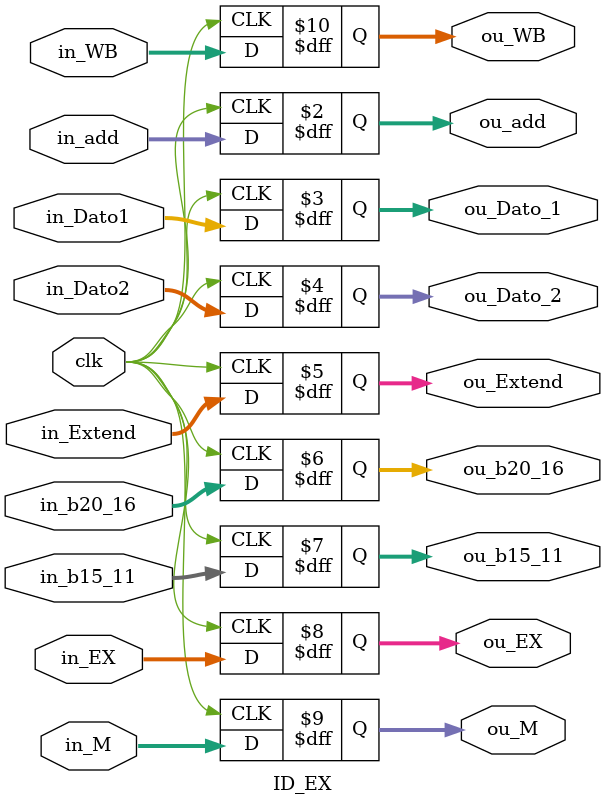
<source format=v>

`timescale 1ns/1ns

module ID_EX(
    input clk,
    input [4:0]in_EX,
    input [2:0]in_M,
    input [1:0]in_WB,
    input [31:0]in_add,
    input [31:0]in_Dato1,
    input [31:0]in_Dato2,
    input [31:0]in_Extend,
    input [4:0]in_b20_16,
    input [4:0]in_b15_11,
    output reg[31:0]ou_add,
    output reg[31:0]ou_Dato_1,
    output reg[31:0]ou_Dato_2,
    output reg[31:0]ou_Extend,
    output reg[4:0]ou_b20_16,
    output reg[4:0]ou_b15_11,
    output reg[4:0]ou_EX,
    output reg[2:0]ou_M,
    output reg[1:0]ou_WB
);

always @(posedge clk) begin
    ou_add = in_add;
    ou_Dato_1 = in_Dato1;
    ou_Dato_2 = in_Dato2;
    ou_Extend = in_Extend;
    ou_b20_16 = in_b20_16;
    ou_b15_11 = in_b15_11;
    ou_EX = in_EX;
    ou_M = in_M;
    ou_WB = in_WB;
end

endmodule

</source>
